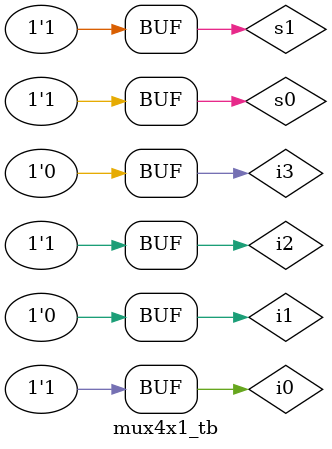
<source format=v>
module mux2x1(input sel,i1,i0,output y);

assign y = sel? i1:i0;
endmodule

module mux4x1(input s1,s0,i3,i2,i1,i0,output out);

wire y1,y0;

mux2x1 m1(s1,i1,i0,y0);
mux2x1 m2(s1,i3,i2,y1);
mux2x1 m3(s0,y1,y0,out);

endmodule


//test bench

module mux4x1_tb;

reg s1,s0,i3,i2,i1,i0;
wire out;

mux4x1 mx(.i0(i0),.i1(i1),.i2(i2),.i3(i3),.s1(s1),.s0(s0),.out(out));

initial begin


i0=1;
i1=0;
i2=1;
i3=0;
s0=0; s1=0; #10;
s0=0; s1=1; #10;
s0=1; s1=0; #10;
s0=1; s1=1; #10;


end
endmodule

</source>
